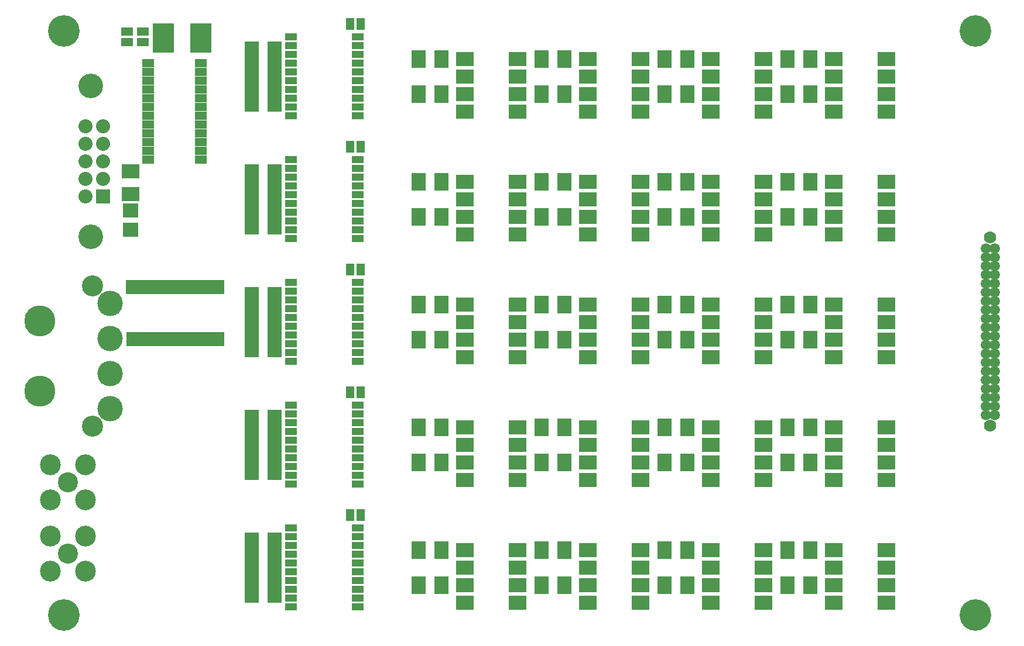
<source format=gts>
G04 (created by PCBNEW (2013-03-31 BZR 4008)-stable) date 31/05/2013 12:57:14 PM*
%MOIN*%
G04 Gerber Fmt 3.4, Leading zero omitted, Abs format*
%FSLAX34Y34*%
G01*
G70*
G90*
G04 APERTURE LIST*
%ADD10C,2.3622e-006*%
%ADD11C,0.18*%
%ADD12R,0.08X0.1*%
%ADD13R,0.1X0.08*%
%ADD14R,0.045X0.065*%
%ADD15R,0.065X0.045*%
%ADD16R,0.0909X0.0829*%
%ADD17R,0.1204X0.1676*%
%ADD18R,0.07X0.04*%
%ADD19R,0.0298X0.0791*%
%ADD20R,0.07X0.05*%
%ADD21C,0.14*%
%ADD22R,0.08X0.08*%
%ADD23C,0.08*%
%ADD24C,0.07*%
%ADD25C,0.0594*%
%ADD26C,0.12*%
%ADD27C,0.1771*%
%ADD28C,0.145*%
%ADD29C,0.114488*%
%ADD30C,0.118425*%
G04 APERTURE END LIST*
G54D10*
G54D11*
X61750Y-8750D03*
X61750Y-42050D03*
X9850Y-42050D03*
G54D12*
X20550Y-39850D03*
X21850Y-39850D03*
X38350Y-38350D03*
X37050Y-38350D03*
X20550Y-38850D03*
X21850Y-38850D03*
X20550Y-40850D03*
X21850Y-40850D03*
X52350Y-40350D03*
X51050Y-40350D03*
X38350Y-31350D03*
X37050Y-31350D03*
X45350Y-31350D03*
X44050Y-31350D03*
X52350Y-33350D03*
X51050Y-33350D03*
X38350Y-40350D03*
X37050Y-40350D03*
X52350Y-38350D03*
X51050Y-38350D03*
X45350Y-38350D03*
X44050Y-38350D03*
X31350Y-40350D03*
X30050Y-40350D03*
X45350Y-40350D03*
X44050Y-40350D03*
X20550Y-24850D03*
X21850Y-24850D03*
X20550Y-25850D03*
X21850Y-25850D03*
X52350Y-26350D03*
X51050Y-26350D03*
X20550Y-23850D03*
X21850Y-23850D03*
X45350Y-17350D03*
X44050Y-17350D03*
X38350Y-17350D03*
X37050Y-17350D03*
X20550Y-16850D03*
X21850Y-16850D03*
X31350Y-17350D03*
X30050Y-17350D03*
X31350Y-12350D03*
X30050Y-12350D03*
X52350Y-10350D03*
X51050Y-10350D03*
X38350Y-12350D03*
X37050Y-12350D03*
X20550Y-12850D03*
X21850Y-12850D03*
X38350Y-19350D03*
X37050Y-19350D03*
X45350Y-19350D03*
X44050Y-19350D03*
X31350Y-24350D03*
X30050Y-24350D03*
X45350Y-24350D03*
X44050Y-24350D03*
X20550Y-19850D03*
X21850Y-19850D03*
X52350Y-19350D03*
X51050Y-19350D03*
X38350Y-24350D03*
X37050Y-24350D03*
X31350Y-19350D03*
X30050Y-19350D03*
X20550Y-17850D03*
X21850Y-17850D03*
X52350Y-17350D03*
X51050Y-17350D03*
X20550Y-18850D03*
X21850Y-18850D03*
X45350Y-12350D03*
X44050Y-12350D03*
X20550Y-10850D03*
X21850Y-10850D03*
X20550Y-11850D03*
X21850Y-11850D03*
X52350Y-12350D03*
X51050Y-12350D03*
X45350Y-10350D03*
X44050Y-10350D03*
X20550Y-9850D03*
X21850Y-9850D03*
X31350Y-10350D03*
X30050Y-10350D03*
X38350Y-10350D03*
X37050Y-10350D03*
X20550Y-33850D03*
X21850Y-33850D03*
X31350Y-33350D03*
X30050Y-33350D03*
X31350Y-38350D03*
X30050Y-38350D03*
G54D13*
X13650Y-16750D03*
X13650Y-18050D03*
G54D12*
X20550Y-26850D03*
X21850Y-26850D03*
X38350Y-26350D03*
X37050Y-26350D03*
X45350Y-33350D03*
X44050Y-33350D03*
X38350Y-33350D03*
X37050Y-33350D03*
X20550Y-37850D03*
X21850Y-37850D03*
X20550Y-32850D03*
X21850Y-32850D03*
X52350Y-24350D03*
X51050Y-24350D03*
X45350Y-26350D03*
X44050Y-26350D03*
X31350Y-26350D03*
X30050Y-26350D03*
X20550Y-31850D03*
X21850Y-31850D03*
X20550Y-30850D03*
X21850Y-30850D03*
X31350Y-31350D03*
X30050Y-31350D03*
X52350Y-31350D03*
X51050Y-31350D03*
G54D14*
X26150Y-22350D03*
X26750Y-22350D03*
X26150Y-36350D03*
X26750Y-36350D03*
G54D15*
X13457Y-8790D03*
X13457Y-9390D03*
G54D14*
X26150Y-29350D03*
X26750Y-29350D03*
X26150Y-15350D03*
X26750Y-15350D03*
G54D15*
X14357Y-8790D03*
X14357Y-9390D03*
G54D16*
X13650Y-18991D03*
X13650Y-20109D03*
G54D13*
X32700Y-31350D03*
X32700Y-32350D03*
X32700Y-33350D03*
X32700Y-34350D03*
X35700Y-34350D03*
X35700Y-33350D03*
X35700Y-32350D03*
X35700Y-31350D03*
X46700Y-38350D03*
X46700Y-39350D03*
X46700Y-40350D03*
X46700Y-41350D03*
X49700Y-41350D03*
X49700Y-40350D03*
X49700Y-39350D03*
X49700Y-38350D03*
X53700Y-24350D03*
X53700Y-25350D03*
X53700Y-26350D03*
X53700Y-27350D03*
X56700Y-27350D03*
X56700Y-26350D03*
X56700Y-25350D03*
X56700Y-24350D03*
X32700Y-17350D03*
X32700Y-18350D03*
X32700Y-19350D03*
X32700Y-20350D03*
X35700Y-20350D03*
X35700Y-19350D03*
X35700Y-18350D03*
X35700Y-17350D03*
X32700Y-24350D03*
X32700Y-25350D03*
X32700Y-26350D03*
X32700Y-27350D03*
X35700Y-27350D03*
X35700Y-26350D03*
X35700Y-25350D03*
X35700Y-24350D03*
X39700Y-38350D03*
X39700Y-39350D03*
X39700Y-40350D03*
X39700Y-41350D03*
X42700Y-41350D03*
X42700Y-40350D03*
X42700Y-39350D03*
X42700Y-38350D03*
X46700Y-24350D03*
X46700Y-25350D03*
X46700Y-26350D03*
X46700Y-27350D03*
X49700Y-27350D03*
X49700Y-26350D03*
X49700Y-25350D03*
X49700Y-24350D03*
X32700Y-38350D03*
X32700Y-39350D03*
X32700Y-40350D03*
X32700Y-41350D03*
X35700Y-41350D03*
X35700Y-40350D03*
X35700Y-39350D03*
X35700Y-38350D03*
X46700Y-17350D03*
X46700Y-18350D03*
X46700Y-19350D03*
X46700Y-20350D03*
X49700Y-20350D03*
X49700Y-19350D03*
X49700Y-18350D03*
X49700Y-17350D03*
X53700Y-17350D03*
X53700Y-18350D03*
X53700Y-19350D03*
X53700Y-20350D03*
X56700Y-20350D03*
X56700Y-19350D03*
X56700Y-18350D03*
X56700Y-17350D03*
X53700Y-10350D03*
X53700Y-11350D03*
X53700Y-12350D03*
X53700Y-13350D03*
X56700Y-13350D03*
X56700Y-12350D03*
X56700Y-11350D03*
X56700Y-10350D03*
X39700Y-17350D03*
X39700Y-18350D03*
X39700Y-19350D03*
X39700Y-20350D03*
X42700Y-20350D03*
X42700Y-19350D03*
X42700Y-18350D03*
X42700Y-17350D03*
X46700Y-31350D03*
X46700Y-32350D03*
X46700Y-33350D03*
X46700Y-34350D03*
X49700Y-34350D03*
X49700Y-33350D03*
X49700Y-32350D03*
X49700Y-31350D03*
X32700Y-10350D03*
X32700Y-11350D03*
X32700Y-12350D03*
X32700Y-13350D03*
X35700Y-13350D03*
X35700Y-12350D03*
X35700Y-11350D03*
X35700Y-10350D03*
X39700Y-31350D03*
X39700Y-32350D03*
X39700Y-33350D03*
X39700Y-34350D03*
X42700Y-34350D03*
X42700Y-33350D03*
X42700Y-32350D03*
X42700Y-31350D03*
X39700Y-10350D03*
X39700Y-11350D03*
X39700Y-12350D03*
X39700Y-13350D03*
X42700Y-13350D03*
X42700Y-12350D03*
X42700Y-11350D03*
X42700Y-10350D03*
X53700Y-31350D03*
X53700Y-32350D03*
X53700Y-33350D03*
X53700Y-34350D03*
X56700Y-34350D03*
X56700Y-33350D03*
X56700Y-32350D03*
X56700Y-31350D03*
G54D17*
X15537Y-9150D03*
X17663Y-9150D03*
G54D18*
X26600Y-13600D03*
X26600Y-13100D03*
X26600Y-12600D03*
X26600Y-12100D03*
X26600Y-11600D03*
X26600Y-11100D03*
X26600Y-10600D03*
X26600Y-10100D03*
X26600Y-9600D03*
X26600Y-9100D03*
X22800Y-9100D03*
X22800Y-9600D03*
X22800Y-10100D03*
X22800Y-10600D03*
X22800Y-11100D03*
X22800Y-11600D03*
X22800Y-12100D03*
X22800Y-12600D03*
X22800Y-13100D03*
X22800Y-13600D03*
G54D13*
X46700Y-10350D03*
X46700Y-11350D03*
X46700Y-12350D03*
X46700Y-13350D03*
X49700Y-13350D03*
X49700Y-12350D03*
X49700Y-11350D03*
X49700Y-10350D03*
G54D18*
X26600Y-20600D03*
X26600Y-20100D03*
X26600Y-19600D03*
X26600Y-19100D03*
X26600Y-18600D03*
X26600Y-18100D03*
X26600Y-17600D03*
X26600Y-17100D03*
X26600Y-16600D03*
X26600Y-16100D03*
X22800Y-16100D03*
X22800Y-16600D03*
X22800Y-17100D03*
X22800Y-17600D03*
X22800Y-18100D03*
X22800Y-18600D03*
X22800Y-19100D03*
X22800Y-19600D03*
X22800Y-20100D03*
X22800Y-20600D03*
X26600Y-27600D03*
X26600Y-27100D03*
X26600Y-26600D03*
X26600Y-26100D03*
X26600Y-25600D03*
X26600Y-25100D03*
X26600Y-24600D03*
X26600Y-24100D03*
X26600Y-23600D03*
X26600Y-23100D03*
X22800Y-23100D03*
X22800Y-23600D03*
X22800Y-24100D03*
X22800Y-24600D03*
X22800Y-25100D03*
X22800Y-25600D03*
X22800Y-26100D03*
X22800Y-26600D03*
X22800Y-27100D03*
X22800Y-27600D03*
G54D13*
X39700Y-24350D03*
X39700Y-25350D03*
X39700Y-26350D03*
X39700Y-27350D03*
X42700Y-27350D03*
X42700Y-26350D03*
X42700Y-25350D03*
X42700Y-24350D03*
G54D19*
X18857Y-23374D03*
X18660Y-23374D03*
X18463Y-23374D03*
X18267Y-23374D03*
X18070Y-23374D03*
X17873Y-23374D03*
X17676Y-23374D03*
X17479Y-23374D03*
X17282Y-23374D03*
X17085Y-23374D03*
X16889Y-23374D03*
X16692Y-23374D03*
X16495Y-23374D03*
X16298Y-23374D03*
X16101Y-23374D03*
X15904Y-23374D03*
X15707Y-23374D03*
X15511Y-23374D03*
X15314Y-23374D03*
X15117Y-23374D03*
X14920Y-23374D03*
X14723Y-23374D03*
X14526Y-23374D03*
X14329Y-23374D03*
X14133Y-23374D03*
X13936Y-23374D03*
X13739Y-23374D03*
X13542Y-23374D03*
X13543Y-26326D03*
X13739Y-26326D03*
X13936Y-26326D03*
X14133Y-26326D03*
X14330Y-26326D03*
X14527Y-26326D03*
X14724Y-26326D03*
X14920Y-26326D03*
X15117Y-26326D03*
X15314Y-26326D03*
X15511Y-26326D03*
X15708Y-26326D03*
X15905Y-26326D03*
X16102Y-26326D03*
X16298Y-26326D03*
X16495Y-26326D03*
X16692Y-26326D03*
X16889Y-26326D03*
X17086Y-26326D03*
X17283Y-26326D03*
X17480Y-26326D03*
X17676Y-26326D03*
X17873Y-26326D03*
X18070Y-26326D03*
X18267Y-26326D03*
X18464Y-26326D03*
X18661Y-26326D03*
X18857Y-26326D03*
G54D18*
X26600Y-34600D03*
X26600Y-34100D03*
X26600Y-33600D03*
X26600Y-33100D03*
X26600Y-32600D03*
X26600Y-32100D03*
X26600Y-31600D03*
X26600Y-31100D03*
X26600Y-30600D03*
X26600Y-30100D03*
X22800Y-30100D03*
X22800Y-30600D03*
X22800Y-31100D03*
X22800Y-31600D03*
X22800Y-32100D03*
X22800Y-32600D03*
X22800Y-33100D03*
X22800Y-33600D03*
X22800Y-34100D03*
X22800Y-34600D03*
G54D13*
X53700Y-38350D03*
X53700Y-39350D03*
X53700Y-40350D03*
X53700Y-41350D03*
X56700Y-41350D03*
X56700Y-40350D03*
X56700Y-39350D03*
X56700Y-38350D03*
G54D18*
X26600Y-41600D03*
X26600Y-41100D03*
X26600Y-40600D03*
X26600Y-40100D03*
X26600Y-39600D03*
X26600Y-39100D03*
X26600Y-38600D03*
X26600Y-38100D03*
X26600Y-37600D03*
X26600Y-37100D03*
X22800Y-37100D03*
X22800Y-37600D03*
X22800Y-38100D03*
X22800Y-38600D03*
X22800Y-39100D03*
X22800Y-39600D03*
X22800Y-40100D03*
X22800Y-40600D03*
X22800Y-41100D03*
X22800Y-41600D03*
G54D14*
X26150Y-8350D03*
X26750Y-8350D03*
G54D20*
X14650Y-10600D03*
X14650Y-11100D03*
X17650Y-11100D03*
X17650Y-10600D03*
X14650Y-12100D03*
X14650Y-11600D03*
X14650Y-14100D03*
X14650Y-13600D03*
X14650Y-13100D03*
X14650Y-12600D03*
X17650Y-11600D03*
X17650Y-12100D03*
X17650Y-14100D03*
X17650Y-13600D03*
X17650Y-13100D03*
X17650Y-12600D03*
X14650Y-16100D03*
X14650Y-15600D03*
X14650Y-15100D03*
X14650Y-14600D03*
X17650Y-14600D03*
X17650Y-15100D03*
X17650Y-15600D03*
X17650Y-16100D03*
G54D21*
X11400Y-11900D03*
X11400Y-20500D03*
G54D22*
X12100Y-18200D03*
G54D23*
X11100Y-18200D03*
X12100Y-17200D03*
X11100Y-17200D03*
X12100Y-16200D03*
X11100Y-16200D03*
X12100Y-15200D03*
X11100Y-15200D03*
X12100Y-14200D03*
X11100Y-14200D03*
G54D24*
X62600Y-20525D03*
X62600Y-31275D03*
G54D25*
X62350Y-21650D03*
X62350Y-21150D03*
X62850Y-21150D03*
X62850Y-21650D03*
X62850Y-23150D03*
X62850Y-23650D03*
X62850Y-22650D03*
X62850Y-22150D03*
X62350Y-22150D03*
X62350Y-22650D03*
X62350Y-23650D03*
X62350Y-23150D03*
X62850Y-28650D03*
X62850Y-29150D03*
X62850Y-30150D03*
X62850Y-29650D03*
X62350Y-29650D03*
X62350Y-30150D03*
X62350Y-29150D03*
X62350Y-28650D03*
X62350Y-30650D03*
X62850Y-30650D03*
X62850Y-28150D03*
X62350Y-28150D03*
X62350Y-25150D03*
X62350Y-25650D03*
X62350Y-24650D03*
X62350Y-24150D03*
X62350Y-26150D03*
X62350Y-26650D03*
X62350Y-27650D03*
X62350Y-27150D03*
X62850Y-27150D03*
X62850Y-27650D03*
X62850Y-26650D03*
X62850Y-26150D03*
X62850Y-24150D03*
X62850Y-24650D03*
X62850Y-25650D03*
X62850Y-25150D03*
G54D26*
X11500Y-23300D03*
X11500Y-31300D03*
G54D27*
X8500Y-25300D03*
G54D28*
X12500Y-28300D03*
X12500Y-26300D03*
X12500Y-30300D03*
X12500Y-24300D03*
G54D27*
X8500Y-29300D03*
G54D29*
X10100Y-34500D03*
G54D30*
X9100Y-35500D03*
X9100Y-33500D03*
X11100Y-33500D03*
X11100Y-35500D03*
G54D29*
X10100Y-38550D03*
G54D30*
X9100Y-39550D03*
X9100Y-37550D03*
X11100Y-37550D03*
X11100Y-39550D03*
G54D11*
X9850Y-8750D03*
M02*

</source>
